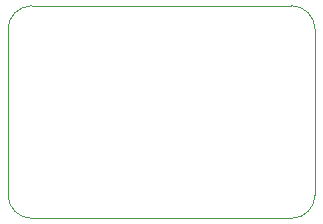
<source format=gko>
%TF.GenerationSoftware,KiCad,Pcbnew,8.0.3*%
%TF.CreationDate,2024-08-04T06:55:43+12:00*%
%TF.ProjectId,sot23-6,736f7432-332d-4362-9e6b-696361645f70,rev?*%
%TF.SameCoordinates,Original*%
%TF.FileFunction,Profile,NP*%
%FSLAX46Y46*%
G04 Gerber Fmt 4.6, Leading zero omitted, Abs format (unit mm)*
G04 Created by KiCad (PCBNEW 8.0.3) date 2024-08-04 06:55:43*
%MOMM*%
%LPD*%
G01*
G04 APERTURE LIST*
%TA.AperFunction,Profile*%
%ADD10C,0.050000*%
%TD*%
G04 APERTURE END LIST*
D10*
X111000000Y-100000000D02*
X89000000Y-100000000D01*
X87000000Y-98000000D02*
X87000000Y-84000000D01*
X113000000Y-84000000D02*
X113000000Y-98000000D01*
X89000000Y-82000000D02*
X111000000Y-82000000D01*
X89000000Y-100000000D02*
G75*
G02*
X87000000Y-98000000I0J2000000D01*
G01*
X113000000Y-98000000D02*
G75*
G02*
X111000000Y-100000000I-2000000J0D01*
G01*
X87000000Y-84000000D02*
G75*
G02*
X89000000Y-82000000I2000000J0D01*
G01*
X111000000Y-82000000D02*
G75*
G02*
X113000000Y-84000000I0J-2000000D01*
G01*
M02*

</source>
